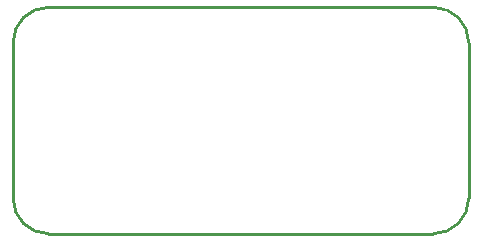
<source format=gbr>
%TF.GenerationSoftware,Altium Limited,Altium Designer,20.0.10 (225)*%
G04 Layer_Color=16711935*
%FSLAX26Y26*%
%MOIN*%
%TF.FileFunction,Other,Mechanical_1*%
%TF.Part,Single*%
G01*
G75*
%TA.AperFunction,NonConductor*%
%ADD26C,0.010000*%
D26*
X1614173Y1178110D02*
G03*
X1732284Y1060000I118110J0D01*
G01*
X3015354D02*
G03*
X3133465Y1178110I0J118110D01*
G01*
X1732284Y1815000D02*
G03*
X1614173Y1696890I0J-118110D01*
G01*
X3133465D02*
G03*
X3015354Y1815000I-118110J0D01*
G01*
X3133465Y1178110D02*
Y1696890D01*
X1614173Y1178110D02*
Y1696890D01*
X1732284Y1060000D02*
X3015354Y1060000D01*
X1732284Y1815000D02*
X3015354Y1815000D01*
%TF.MD5,70dd7c34668b1b5b1e9560e0ccf143e9*%
M02*

</source>
